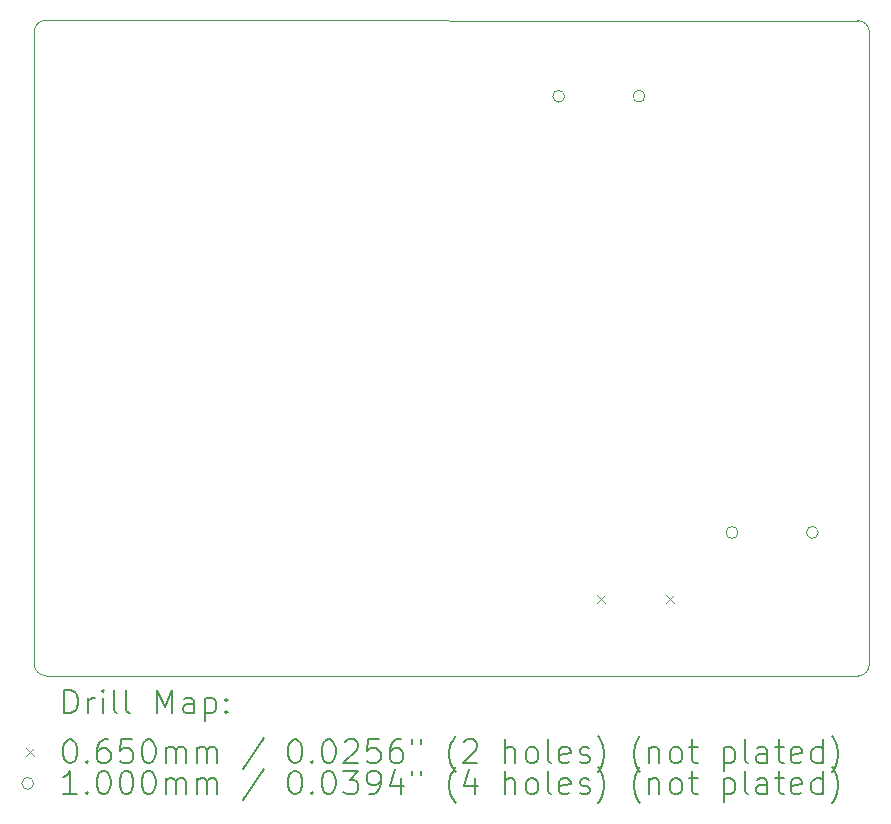
<source format=gbr>
%TF.GenerationSoftware,KiCad,Pcbnew,8.0.7*%
%TF.CreationDate,2024-12-23T22:44:12-05:00*%
%TF.ProjectId,OverSoon,4f766572-536f-46f6-9e2e-6b696361645f,rev?*%
%TF.SameCoordinates,Original*%
%TF.FileFunction,Drillmap*%
%TF.FilePolarity,Positive*%
%FSLAX45Y45*%
G04 Gerber Fmt 4.5, Leading zero omitted, Abs format (unit mm)*
G04 Created by KiCad (PCBNEW 8.0.7) date 2024-12-23 22:44:12*
%MOMM*%
%LPD*%
G01*
G04 APERTURE LIST*
%ADD10C,0.100000*%
%ADD11C,0.200000*%
G04 APERTURE END LIST*
D10*
X17005310Y-9770620D02*
X17005310Y-15120620D01*
X24076650Y-15123820D02*
X24076650Y-9773820D01*
X17105310Y-15220620D02*
G75*
G02*
X17005310Y-15120620I0J100000D01*
G01*
X23976650Y-9673820D02*
G75*
G02*
X24076650Y-9773820I0J-100000D01*
G01*
X17105310Y-15220620D02*
X23976650Y-15223820D01*
X17005310Y-9770620D02*
G75*
G02*
X17105310Y-9670620I100000J0D01*
G01*
X24076650Y-15123820D02*
G75*
G02*
X23976650Y-15223820I-100000J0D01*
G01*
X23976650Y-9673820D02*
X17105310Y-9670620D01*
D11*
D10*
X21773600Y-14538660D02*
X21838600Y-14603660D01*
X21838600Y-14538660D02*
X21773600Y-14603660D01*
X22355260Y-14538660D02*
X22420260Y-14603660D01*
X22420260Y-14538660D02*
X22355260Y-14603660D01*
X21495580Y-10314940D02*
G75*
G02*
X21395580Y-10314940I-50000J0D01*
G01*
X21395580Y-10314940D02*
G75*
G02*
X21495580Y-10314940I50000J0D01*
G01*
X22175580Y-10314940D02*
G75*
G02*
X22075580Y-10314940I-50000J0D01*
G01*
X22075580Y-10314940D02*
G75*
G02*
X22175580Y-10314940I50000J0D01*
G01*
X22963340Y-14008100D02*
G75*
G02*
X22863340Y-14008100I-50000J0D01*
G01*
X22863340Y-14008100D02*
G75*
G02*
X22963340Y-14008100I50000J0D01*
G01*
X23643340Y-14008100D02*
G75*
G02*
X23543340Y-14008100I-50000J0D01*
G01*
X23543340Y-14008100D02*
G75*
G02*
X23643340Y-14008100I50000J0D01*
G01*
D11*
X17261087Y-15540304D02*
X17261087Y-15340304D01*
X17261087Y-15340304D02*
X17308706Y-15340304D01*
X17308706Y-15340304D02*
X17337277Y-15349828D01*
X17337277Y-15349828D02*
X17356325Y-15368875D01*
X17356325Y-15368875D02*
X17365849Y-15387923D01*
X17365849Y-15387923D02*
X17375373Y-15426018D01*
X17375373Y-15426018D02*
X17375373Y-15454589D01*
X17375373Y-15454589D02*
X17365849Y-15492685D01*
X17365849Y-15492685D02*
X17356325Y-15511732D01*
X17356325Y-15511732D02*
X17337277Y-15530780D01*
X17337277Y-15530780D02*
X17308706Y-15540304D01*
X17308706Y-15540304D02*
X17261087Y-15540304D01*
X17461087Y-15540304D02*
X17461087Y-15406970D01*
X17461087Y-15445066D02*
X17470611Y-15426018D01*
X17470611Y-15426018D02*
X17480134Y-15416494D01*
X17480134Y-15416494D02*
X17499182Y-15406970D01*
X17499182Y-15406970D02*
X17518230Y-15406970D01*
X17584896Y-15540304D02*
X17584896Y-15406970D01*
X17584896Y-15340304D02*
X17575373Y-15349828D01*
X17575373Y-15349828D02*
X17584896Y-15359351D01*
X17584896Y-15359351D02*
X17594420Y-15349828D01*
X17594420Y-15349828D02*
X17584896Y-15340304D01*
X17584896Y-15340304D02*
X17584896Y-15359351D01*
X17708706Y-15540304D02*
X17689658Y-15530780D01*
X17689658Y-15530780D02*
X17680134Y-15511732D01*
X17680134Y-15511732D02*
X17680134Y-15340304D01*
X17813468Y-15540304D02*
X17794420Y-15530780D01*
X17794420Y-15530780D02*
X17784896Y-15511732D01*
X17784896Y-15511732D02*
X17784896Y-15340304D01*
X18042039Y-15540304D02*
X18042039Y-15340304D01*
X18042039Y-15340304D02*
X18108706Y-15483161D01*
X18108706Y-15483161D02*
X18175373Y-15340304D01*
X18175373Y-15340304D02*
X18175373Y-15540304D01*
X18356325Y-15540304D02*
X18356325Y-15435542D01*
X18356325Y-15435542D02*
X18346801Y-15416494D01*
X18346801Y-15416494D02*
X18327754Y-15406970D01*
X18327754Y-15406970D02*
X18289658Y-15406970D01*
X18289658Y-15406970D02*
X18270611Y-15416494D01*
X18356325Y-15530780D02*
X18337277Y-15540304D01*
X18337277Y-15540304D02*
X18289658Y-15540304D01*
X18289658Y-15540304D02*
X18270611Y-15530780D01*
X18270611Y-15530780D02*
X18261087Y-15511732D01*
X18261087Y-15511732D02*
X18261087Y-15492685D01*
X18261087Y-15492685D02*
X18270611Y-15473637D01*
X18270611Y-15473637D02*
X18289658Y-15464113D01*
X18289658Y-15464113D02*
X18337277Y-15464113D01*
X18337277Y-15464113D02*
X18356325Y-15454589D01*
X18451563Y-15406970D02*
X18451563Y-15606970D01*
X18451563Y-15416494D02*
X18470611Y-15406970D01*
X18470611Y-15406970D02*
X18508706Y-15406970D01*
X18508706Y-15406970D02*
X18527754Y-15416494D01*
X18527754Y-15416494D02*
X18537277Y-15426018D01*
X18537277Y-15426018D02*
X18546801Y-15445066D01*
X18546801Y-15445066D02*
X18546801Y-15502208D01*
X18546801Y-15502208D02*
X18537277Y-15521256D01*
X18537277Y-15521256D02*
X18527754Y-15530780D01*
X18527754Y-15530780D02*
X18508706Y-15540304D01*
X18508706Y-15540304D02*
X18470611Y-15540304D01*
X18470611Y-15540304D02*
X18451563Y-15530780D01*
X18632515Y-15521256D02*
X18642039Y-15530780D01*
X18642039Y-15530780D02*
X18632515Y-15540304D01*
X18632515Y-15540304D02*
X18622992Y-15530780D01*
X18622992Y-15530780D02*
X18632515Y-15521256D01*
X18632515Y-15521256D02*
X18632515Y-15540304D01*
X18632515Y-15416494D02*
X18642039Y-15426018D01*
X18642039Y-15426018D02*
X18632515Y-15435542D01*
X18632515Y-15435542D02*
X18622992Y-15426018D01*
X18622992Y-15426018D02*
X18632515Y-15416494D01*
X18632515Y-15416494D02*
X18632515Y-15435542D01*
D10*
X16935310Y-15836320D02*
X17000310Y-15901320D01*
X17000310Y-15836320D02*
X16935310Y-15901320D01*
D11*
X17299182Y-15760304D02*
X17318230Y-15760304D01*
X17318230Y-15760304D02*
X17337277Y-15769828D01*
X17337277Y-15769828D02*
X17346801Y-15779351D01*
X17346801Y-15779351D02*
X17356325Y-15798399D01*
X17356325Y-15798399D02*
X17365849Y-15836494D01*
X17365849Y-15836494D02*
X17365849Y-15884113D01*
X17365849Y-15884113D02*
X17356325Y-15922208D01*
X17356325Y-15922208D02*
X17346801Y-15941256D01*
X17346801Y-15941256D02*
X17337277Y-15950780D01*
X17337277Y-15950780D02*
X17318230Y-15960304D01*
X17318230Y-15960304D02*
X17299182Y-15960304D01*
X17299182Y-15960304D02*
X17280134Y-15950780D01*
X17280134Y-15950780D02*
X17270611Y-15941256D01*
X17270611Y-15941256D02*
X17261087Y-15922208D01*
X17261087Y-15922208D02*
X17251563Y-15884113D01*
X17251563Y-15884113D02*
X17251563Y-15836494D01*
X17251563Y-15836494D02*
X17261087Y-15798399D01*
X17261087Y-15798399D02*
X17270611Y-15779351D01*
X17270611Y-15779351D02*
X17280134Y-15769828D01*
X17280134Y-15769828D02*
X17299182Y-15760304D01*
X17451563Y-15941256D02*
X17461087Y-15950780D01*
X17461087Y-15950780D02*
X17451563Y-15960304D01*
X17451563Y-15960304D02*
X17442039Y-15950780D01*
X17442039Y-15950780D02*
X17451563Y-15941256D01*
X17451563Y-15941256D02*
X17451563Y-15960304D01*
X17632515Y-15760304D02*
X17594420Y-15760304D01*
X17594420Y-15760304D02*
X17575373Y-15769828D01*
X17575373Y-15769828D02*
X17565849Y-15779351D01*
X17565849Y-15779351D02*
X17546801Y-15807923D01*
X17546801Y-15807923D02*
X17537277Y-15846018D01*
X17537277Y-15846018D02*
X17537277Y-15922208D01*
X17537277Y-15922208D02*
X17546801Y-15941256D01*
X17546801Y-15941256D02*
X17556325Y-15950780D01*
X17556325Y-15950780D02*
X17575373Y-15960304D01*
X17575373Y-15960304D02*
X17613468Y-15960304D01*
X17613468Y-15960304D02*
X17632515Y-15950780D01*
X17632515Y-15950780D02*
X17642039Y-15941256D01*
X17642039Y-15941256D02*
X17651563Y-15922208D01*
X17651563Y-15922208D02*
X17651563Y-15874589D01*
X17651563Y-15874589D02*
X17642039Y-15855542D01*
X17642039Y-15855542D02*
X17632515Y-15846018D01*
X17632515Y-15846018D02*
X17613468Y-15836494D01*
X17613468Y-15836494D02*
X17575373Y-15836494D01*
X17575373Y-15836494D02*
X17556325Y-15846018D01*
X17556325Y-15846018D02*
X17546801Y-15855542D01*
X17546801Y-15855542D02*
X17537277Y-15874589D01*
X17832515Y-15760304D02*
X17737277Y-15760304D01*
X17737277Y-15760304D02*
X17727754Y-15855542D01*
X17727754Y-15855542D02*
X17737277Y-15846018D01*
X17737277Y-15846018D02*
X17756325Y-15836494D01*
X17756325Y-15836494D02*
X17803944Y-15836494D01*
X17803944Y-15836494D02*
X17822992Y-15846018D01*
X17822992Y-15846018D02*
X17832515Y-15855542D01*
X17832515Y-15855542D02*
X17842039Y-15874589D01*
X17842039Y-15874589D02*
X17842039Y-15922208D01*
X17842039Y-15922208D02*
X17832515Y-15941256D01*
X17832515Y-15941256D02*
X17822992Y-15950780D01*
X17822992Y-15950780D02*
X17803944Y-15960304D01*
X17803944Y-15960304D02*
X17756325Y-15960304D01*
X17756325Y-15960304D02*
X17737277Y-15950780D01*
X17737277Y-15950780D02*
X17727754Y-15941256D01*
X17965849Y-15760304D02*
X17984896Y-15760304D01*
X17984896Y-15760304D02*
X18003944Y-15769828D01*
X18003944Y-15769828D02*
X18013468Y-15779351D01*
X18013468Y-15779351D02*
X18022992Y-15798399D01*
X18022992Y-15798399D02*
X18032515Y-15836494D01*
X18032515Y-15836494D02*
X18032515Y-15884113D01*
X18032515Y-15884113D02*
X18022992Y-15922208D01*
X18022992Y-15922208D02*
X18013468Y-15941256D01*
X18013468Y-15941256D02*
X18003944Y-15950780D01*
X18003944Y-15950780D02*
X17984896Y-15960304D01*
X17984896Y-15960304D02*
X17965849Y-15960304D01*
X17965849Y-15960304D02*
X17946801Y-15950780D01*
X17946801Y-15950780D02*
X17937277Y-15941256D01*
X17937277Y-15941256D02*
X17927754Y-15922208D01*
X17927754Y-15922208D02*
X17918230Y-15884113D01*
X17918230Y-15884113D02*
X17918230Y-15836494D01*
X17918230Y-15836494D02*
X17927754Y-15798399D01*
X17927754Y-15798399D02*
X17937277Y-15779351D01*
X17937277Y-15779351D02*
X17946801Y-15769828D01*
X17946801Y-15769828D02*
X17965849Y-15760304D01*
X18118230Y-15960304D02*
X18118230Y-15826970D01*
X18118230Y-15846018D02*
X18127754Y-15836494D01*
X18127754Y-15836494D02*
X18146801Y-15826970D01*
X18146801Y-15826970D02*
X18175373Y-15826970D01*
X18175373Y-15826970D02*
X18194420Y-15836494D01*
X18194420Y-15836494D02*
X18203944Y-15855542D01*
X18203944Y-15855542D02*
X18203944Y-15960304D01*
X18203944Y-15855542D02*
X18213468Y-15836494D01*
X18213468Y-15836494D02*
X18232515Y-15826970D01*
X18232515Y-15826970D02*
X18261087Y-15826970D01*
X18261087Y-15826970D02*
X18280135Y-15836494D01*
X18280135Y-15836494D02*
X18289658Y-15855542D01*
X18289658Y-15855542D02*
X18289658Y-15960304D01*
X18384896Y-15960304D02*
X18384896Y-15826970D01*
X18384896Y-15846018D02*
X18394420Y-15836494D01*
X18394420Y-15836494D02*
X18413468Y-15826970D01*
X18413468Y-15826970D02*
X18442039Y-15826970D01*
X18442039Y-15826970D02*
X18461087Y-15836494D01*
X18461087Y-15836494D02*
X18470611Y-15855542D01*
X18470611Y-15855542D02*
X18470611Y-15960304D01*
X18470611Y-15855542D02*
X18480135Y-15836494D01*
X18480135Y-15836494D02*
X18499182Y-15826970D01*
X18499182Y-15826970D02*
X18527754Y-15826970D01*
X18527754Y-15826970D02*
X18546801Y-15836494D01*
X18546801Y-15836494D02*
X18556325Y-15855542D01*
X18556325Y-15855542D02*
X18556325Y-15960304D01*
X18946801Y-15750780D02*
X18775373Y-16007923D01*
X19203944Y-15760304D02*
X19222992Y-15760304D01*
X19222992Y-15760304D02*
X19242039Y-15769828D01*
X19242039Y-15769828D02*
X19251563Y-15779351D01*
X19251563Y-15779351D02*
X19261087Y-15798399D01*
X19261087Y-15798399D02*
X19270611Y-15836494D01*
X19270611Y-15836494D02*
X19270611Y-15884113D01*
X19270611Y-15884113D02*
X19261087Y-15922208D01*
X19261087Y-15922208D02*
X19251563Y-15941256D01*
X19251563Y-15941256D02*
X19242039Y-15950780D01*
X19242039Y-15950780D02*
X19222992Y-15960304D01*
X19222992Y-15960304D02*
X19203944Y-15960304D01*
X19203944Y-15960304D02*
X19184897Y-15950780D01*
X19184897Y-15950780D02*
X19175373Y-15941256D01*
X19175373Y-15941256D02*
X19165849Y-15922208D01*
X19165849Y-15922208D02*
X19156325Y-15884113D01*
X19156325Y-15884113D02*
X19156325Y-15836494D01*
X19156325Y-15836494D02*
X19165849Y-15798399D01*
X19165849Y-15798399D02*
X19175373Y-15779351D01*
X19175373Y-15779351D02*
X19184897Y-15769828D01*
X19184897Y-15769828D02*
X19203944Y-15760304D01*
X19356325Y-15941256D02*
X19365849Y-15950780D01*
X19365849Y-15950780D02*
X19356325Y-15960304D01*
X19356325Y-15960304D02*
X19346801Y-15950780D01*
X19346801Y-15950780D02*
X19356325Y-15941256D01*
X19356325Y-15941256D02*
X19356325Y-15960304D01*
X19489658Y-15760304D02*
X19508706Y-15760304D01*
X19508706Y-15760304D02*
X19527754Y-15769828D01*
X19527754Y-15769828D02*
X19537278Y-15779351D01*
X19537278Y-15779351D02*
X19546801Y-15798399D01*
X19546801Y-15798399D02*
X19556325Y-15836494D01*
X19556325Y-15836494D02*
X19556325Y-15884113D01*
X19556325Y-15884113D02*
X19546801Y-15922208D01*
X19546801Y-15922208D02*
X19537278Y-15941256D01*
X19537278Y-15941256D02*
X19527754Y-15950780D01*
X19527754Y-15950780D02*
X19508706Y-15960304D01*
X19508706Y-15960304D02*
X19489658Y-15960304D01*
X19489658Y-15960304D02*
X19470611Y-15950780D01*
X19470611Y-15950780D02*
X19461087Y-15941256D01*
X19461087Y-15941256D02*
X19451563Y-15922208D01*
X19451563Y-15922208D02*
X19442039Y-15884113D01*
X19442039Y-15884113D02*
X19442039Y-15836494D01*
X19442039Y-15836494D02*
X19451563Y-15798399D01*
X19451563Y-15798399D02*
X19461087Y-15779351D01*
X19461087Y-15779351D02*
X19470611Y-15769828D01*
X19470611Y-15769828D02*
X19489658Y-15760304D01*
X19632516Y-15779351D02*
X19642039Y-15769828D01*
X19642039Y-15769828D02*
X19661087Y-15760304D01*
X19661087Y-15760304D02*
X19708706Y-15760304D01*
X19708706Y-15760304D02*
X19727754Y-15769828D01*
X19727754Y-15769828D02*
X19737278Y-15779351D01*
X19737278Y-15779351D02*
X19746801Y-15798399D01*
X19746801Y-15798399D02*
X19746801Y-15817447D01*
X19746801Y-15817447D02*
X19737278Y-15846018D01*
X19737278Y-15846018D02*
X19622992Y-15960304D01*
X19622992Y-15960304D02*
X19746801Y-15960304D01*
X19927754Y-15760304D02*
X19832516Y-15760304D01*
X19832516Y-15760304D02*
X19822992Y-15855542D01*
X19822992Y-15855542D02*
X19832516Y-15846018D01*
X19832516Y-15846018D02*
X19851563Y-15836494D01*
X19851563Y-15836494D02*
X19899182Y-15836494D01*
X19899182Y-15836494D02*
X19918230Y-15846018D01*
X19918230Y-15846018D02*
X19927754Y-15855542D01*
X19927754Y-15855542D02*
X19937278Y-15874589D01*
X19937278Y-15874589D02*
X19937278Y-15922208D01*
X19937278Y-15922208D02*
X19927754Y-15941256D01*
X19927754Y-15941256D02*
X19918230Y-15950780D01*
X19918230Y-15950780D02*
X19899182Y-15960304D01*
X19899182Y-15960304D02*
X19851563Y-15960304D01*
X19851563Y-15960304D02*
X19832516Y-15950780D01*
X19832516Y-15950780D02*
X19822992Y-15941256D01*
X20108706Y-15760304D02*
X20070611Y-15760304D01*
X20070611Y-15760304D02*
X20051563Y-15769828D01*
X20051563Y-15769828D02*
X20042039Y-15779351D01*
X20042039Y-15779351D02*
X20022992Y-15807923D01*
X20022992Y-15807923D02*
X20013468Y-15846018D01*
X20013468Y-15846018D02*
X20013468Y-15922208D01*
X20013468Y-15922208D02*
X20022992Y-15941256D01*
X20022992Y-15941256D02*
X20032516Y-15950780D01*
X20032516Y-15950780D02*
X20051563Y-15960304D01*
X20051563Y-15960304D02*
X20089659Y-15960304D01*
X20089659Y-15960304D02*
X20108706Y-15950780D01*
X20108706Y-15950780D02*
X20118230Y-15941256D01*
X20118230Y-15941256D02*
X20127754Y-15922208D01*
X20127754Y-15922208D02*
X20127754Y-15874589D01*
X20127754Y-15874589D02*
X20118230Y-15855542D01*
X20118230Y-15855542D02*
X20108706Y-15846018D01*
X20108706Y-15846018D02*
X20089659Y-15836494D01*
X20089659Y-15836494D02*
X20051563Y-15836494D01*
X20051563Y-15836494D02*
X20032516Y-15846018D01*
X20032516Y-15846018D02*
X20022992Y-15855542D01*
X20022992Y-15855542D02*
X20013468Y-15874589D01*
X20203944Y-15760304D02*
X20203944Y-15798399D01*
X20280135Y-15760304D02*
X20280135Y-15798399D01*
X20575373Y-16036494D02*
X20565849Y-16026970D01*
X20565849Y-16026970D02*
X20546801Y-15998399D01*
X20546801Y-15998399D02*
X20537278Y-15979351D01*
X20537278Y-15979351D02*
X20527754Y-15950780D01*
X20527754Y-15950780D02*
X20518230Y-15903161D01*
X20518230Y-15903161D02*
X20518230Y-15865066D01*
X20518230Y-15865066D02*
X20527754Y-15817447D01*
X20527754Y-15817447D02*
X20537278Y-15788875D01*
X20537278Y-15788875D02*
X20546801Y-15769828D01*
X20546801Y-15769828D02*
X20565849Y-15741256D01*
X20565849Y-15741256D02*
X20575373Y-15731732D01*
X20642040Y-15779351D02*
X20651563Y-15769828D01*
X20651563Y-15769828D02*
X20670611Y-15760304D01*
X20670611Y-15760304D02*
X20718230Y-15760304D01*
X20718230Y-15760304D02*
X20737278Y-15769828D01*
X20737278Y-15769828D02*
X20746801Y-15779351D01*
X20746801Y-15779351D02*
X20756325Y-15798399D01*
X20756325Y-15798399D02*
X20756325Y-15817447D01*
X20756325Y-15817447D02*
X20746801Y-15846018D01*
X20746801Y-15846018D02*
X20632516Y-15960304D01*
X20632516Y-15960304D02*
X20756325Y-15960304D01*
X20994421Y-15960304D02*
X20994421Y-15760304D01*
X21080135Y-15960304D02*
X21080135Y-15855542D01*
X21080135Y-15855542D02*
X21070611Y-15836494D01*
X21070611Y-15836494D02*
X21051563Y-15826970D01*
X21051563Y-15826970D02*
X21022992Y-15826970D01*
X21022992Y-15826970D02*
X21003944Y-15836494D01*
X21003944Y-15836494D02*
X20994421Y-15846018D01*
X21203944Y-15960304D02*
X21184897Y-15950780D01*
X21184897Y-15950780D02*
X21175373Y-15941256D01*
X21175373Y-15941256D02*
X21165849Y-15922208D01*
X21165849Y-15922208D02*
X21165849Y-15865066D01*
X21165849Y-15865066D02*
X21175373Y-15846018D01*
X21175373Y-15846018D02*
X21184897Y-15836494D01*
X21184897Y-15836494D02*
X21203944Y-15826970D01*
X21203944Y-15826970D02*
X21232516Y-15826970D01*
X21232516Y-15826970D02*
X21251563Y-15836494D01*
X21251563Y-15836494D02*
X21261087Y-15846018D01*
X21261087Y-15846018D02*
X21270611Y-15865066D01*
X21270611Y-15865066D02*
X21270611Y-15922208D01*
X21270611Y-15922208D02*
X21261087Y-15941256D01*
X21261087Y-15941256D02*
X21251563Y-15950780D01*
X21251563Y-15950780D02*
X21232516Y-15960304D01*
X21232516Y-15960304D02*
X21203944Y-15960304D01*
X21384897Y-15960304D02*
X21365849Y-15950780D01*
X21365849Y-15950780D02*
X21356325Y-15931732D01*
X21356325Y-15931732D02*
X21356325Y-15760304D01*
X21537278Y-15950780D02*
X21518230Y-15960304D01*
X21518230Y-15960304D02*
X21480135Y-15960304D01*
X21480135Y-15960304D02*
X21461087Y-15950780D01*
X21461087Y-15950780D02*
X21451563Y-15931732D01*
X21451563Y-15931732D02*
X21451563Y-15855542D01*
X21451563Y-15855542D02*
X21461087Y-15836494D01*
X21461087Y-15836494D02*
X21480135Y-15826970D01*
X21480135Y-15826970D02*
X21518230Y-15826970D01*
X21518230Y-15826970D02*
X21537278Y-15836494D01*
X21537278Y-15836494D02*
X21546802Y-15855542D01*
X21546802Y-15855542D02*
X21546802Y-15874589D01*
X21546802Y-15874589D02*
X21451563Y-15893637D01*
X21622992Y-15950780D02*
X21642040Y-15960304D01*
X21642040Y-15960304D02*
X21680135Y-15960304D01*
X21680135Y-15960304D02*
X21699183Y-15950780D01*
X21699183Y-15950780D02*
X21708706Y-15931732D01*
X21708706Y-15931732D02*
X21708706Y-15922208D01*
X21708706Y-15922208D02*
X21699183Y-15903161D01*
X21699183Y-15903161D02*
X21680135Y-15893637D01*
X21680135Y-15893637D02*
X21651563Y-15893637D01*
X21651563Y-15893637D02*
X21632516Y-15884113D01*
X21632516Y-15884113D02*
X21622992Y-15865066D01*
X21622992Y-15865066D02*
X21622992Y-15855542D01*
X21622992Y-15855542D02*
X21632516Y-15836494D01*
X21632516Y-15836494D02*
X21651563Y-15826970D01*
X21651563Y-15826970D02*
X21680135Y-15826970D01*
X21680135Y-15826970D02*
X21699183Y-15836494D01*
X21775373Y-16036494D02*
X21784897Y-16026970D01*
X21784897Y-16026970D02*
X21803944Y-15998399D01*
X21803944Y-15998399D02*
X21813468Y-15979351D01*
X21813468Y-15979351D02*
X21822992Y-15950780D01*
X21822992Y-15950780D02*
X21832516Y-15903161D01*
X21832516Y-15903161D02*
X21832516Y-15865066D01*
X21832516Y-15865066D02*
X21822992Y-15817447D01*
X21822992Y-15817447D02*
X21813468Y-15788875D01*
X21813468Y-15788875D02*
X21803944Y-15769828D01*
X21803944Y-15769828D02*
X21784897Y-15741256D01*
X21784897Y-15741256D02*
X21775373Y-15731732D01*
X22137278Y-16036494D02*
X22127754Y-16026970D01*
X22127754Y-16026970D02*
X22108706Y-15998399D01*
X22108706Y-15998399D02*
X22099183Y-15979351D01*
X22099183Y-15979351D02*
X22089659Y-15950780D01*
X22089659Y-15950780D02*
X22080135Y-15903161D01*
X22080135Y-15903161D02*
X22080135Y-15865066D01*
X22080135Y-15865066D02*
X22089659Y-15817447D01*
X22089659Y-15817447D02*
X22099183Y-15788875D01*
X22099183Y-15788875D02*
X22108706Y-15769828D01*
X22108706Y-15769828D02*
X22127754Y-15741256D01*
X22127754Y-15741256D02*
X22137278Y-15731732D01*
X22213468Y-15826970D02*
X22213468Y-15960304D01*
X22213468Y-15846018D02*
X22222992Y-15836494D01*
X22222992Y-15836494D02*
X22242040Y-15826970D01*
X22242040Y-15826970D02*
X22270611Y-15826970D01*
X22270611Y-15826970D02*
X22289659Y-15836494D01*
X22289659Y-15836494D02*
X22299183Y-15855542D01*
X22299183Y-15855542D02*
X22299183Y-15960304D01*
X22422992Y-15960304D02*
X22403944Y-15950780D01*
X22403944Y-15950780D02*
X22394421Y-15941256D01*
X22394421Y-15941256D02*
X22384897Y-15922208D01*
X22384897Y-15922208D02*
X22384897Y-15865066D01*
X22384897Y-15865066D02*
X22394421Y-15846018D01*
X22394421Y-15846018D02*
X22403944Y-15836494D01*
X22403944Y-15836494D02*
X22422992Y-15826970D01*
X22422992Y-15826970D02*
X22451563Y-15826970D01*
X22451563Y-15826970D02*
X22470611Y-15836494D01*
X22470611Y-15836494D02*
X22480135Y-15846018D01*
X22480135Y-15846018D02*
X22489659Y-15865066D01*
X22489659Y-15865066D02*
X22489659Y-15922208D01*
X22489659Y-15922208D02*
X22480135Y-15941256D01*
X22480135Y-15941256D02*
X22470611Y-15950780D01*
X22470611Y-15950780D02*
X22451563Y-15960304D01*
X22451563Y-15960304D02*
X22422992Y-15960304D01*
X22546802Y-15826970D02*
X22622992Y-15826970D01*
X22575373Y-15760304D02*
X22575373Y-15931732D01*
X22575373Y-15931732D02*
X22584897Y-15950780D01*
X22584897Y-15950780D02*
X22603944Y-15960304D01*
X22603944Y-15960304D02*
X22622992Y-15960304D01*
X22842040Y-15826970D02*
X22842040Y-16026970D01*
X22842040Y-15836494D02*
X22861087Y-15826970D01*
X22861087Y-15826970D02*
X22899183Y-15826970D01*
X22899183Y-15826970D02*
X22918230Y-15836494D01*
X22918230Y-15836494D02*
X22927754Y-15846018D01*
X22927754Y-15846018D02*
X22937278Y-15865066D01*
X22937278Y-15865066D02*
X22937278Y-15922208D01*
X22937278Y-15922208D02*
X22927754Y-15941256D01*
X22927754Y-15941256D02*
X22918230Y-15950780D01*
X22918230Y-15950780D02*
X22899183Y-15960304D01*
X22899183Y-15960304D02*
X22861087Y-15960304D01*
X22861087Y-15960304D02*
X22842040Y-15950780D01*
X23051563Y-15960304D02*
X23032516Y-15950780D01*
X23032516Y-15950780D02*
X23022992Y-15931732D01*
X23022992Y-15931732D02*
X23022992Y-15760304D01*
X23213468Y-15960304D02*
X23213468Y-15855542D01*
X23213468Y-15855542D02*
X23203944Y-15836494D01*
X23203944Y-15836494D02*
X23184897Y-15826970D01*
X23184897Y-15826970D02*
X23146802Y-15826970D01*
X23146802Y-15826970D02*
X23127754Y-15836494D01*
X23213468Y-15950780D02*
X23194421Y-15960304D01*
X23194421Y-15960304D02*
X23146802Y-15960304D01*
X23146802Y-15960304D02*
X23127754Y-15950780D01*
X23127754Y-15950780D02*
X23118230Y-15931732D01*
X23118230Y-15931732D02*
X23118230Y-15912685D01*
X23118230Y-15912685D02*
X23127754Y-15893637D01*
X23127754Y-15893637D02*
X23146802Y-15884113D01*
X23146802Y-15884113D02*
X23194421Y-15884113D01*
X23194421Y-15884113D02*
X23213468Y-15874589D01*
X23280135Y-15826970D02*
X23356325Y-15826970D01*
X23308706Y-15760304D02*
X23308706Y-15931732D01*
X23308706Y-15931732D02*
X23318230Y-15950780D01*
X23318230Y-15950780D02*
X23337278Y-15960304D01*
X23337278Y-15960304D02*
X23356325Y-15960304D01*
X23499183Y-15950780D02*
X23480135Y-15960304D01*
X23480135Y-15960304D02*
X23442040Y-15960304D01*
X23442040Y-15960304D02*
X23422992Y-15950780D01*
X23422992Y-15950780D02*
X23413468Y-15931732D01*
X23413468Y-15931732D02*
X23413468Y-15855542D01*
X23413468Y-15855542D02*
X23422992Y-15836494D01*
X23422992Y-15836494D02*
X23442040Y-15826970D01*
X23442040Y-15826970D02*
X23480135Y-15826970D01*
X23480135Y-15826970D02*
X23499183Y-15836494D01*
X23499183Y-15836494D02*
X23508706Y-15855542D01*
X23508706Y-15855542D02*
X23508706Y-15874589D01*
X23508706Y-15874589D02*
X23413468Y-15893637D01*
X23680135Y-15960304D02*
X23680135Y-15760304D01*
X23680135Y-15950780D02*
X23661087Y-15960304D01*
X23661087Y-15960304D02*
X23622992Y-15960304D01*
X23622992Y-15960304D02*
X23603944Y-15950780D01*
X23603944Y-15950780D02*
X23594421Y-15941256D01*
X23594421Y-15941256D02*
X23584897Y-15922208D01*
X23584897Y-15922208D02*
X23584897Y-15865066D01*
X23584897Y-15865066D02*
X23594421Y-15846018D01*
X23594421Y-15846018D02*
X23603944Y-15836494D01*
X23603944Y-15836494D02*
X23622992Y-15826970D01*
X23622992Y-15826970D02*
X23661087Y-15826970D01*
X23661087Y-15826970D02*
X23680135Y-15836494D01*
X23756325Y-16036494D02*
X23765849Y-16026970D01*
X23765849Y-16026970D02*
X23784897Y-15998399D01*
X23784897Y-15998399D02*
X23794421Y-15979351D01*
X23794421Y-15979351D02*
X23803944Y-15950780D01*
X23803944Y-15950780D02*
X23813468Y-15903161D01*
X23813468Y-15903161D02*
X23813468Y-15865066D01*
X23813468Y-15865066D02*
X23803944Y-15817447D01*
X23803944Y-15817447D02*
X23794421Y-15788875D01*
X23794421Y-15788875D02*
X23784897Y-15769828D01*
X23784897Y-15769828D02*
X23765849Y-15741256D01*
X23765849Y-15741256D02*
X23756325Y-15731732D01*
D10*
X17000310Y-16132820D02*
G75*
G02*
X16900310Y-16132820I-50000J0D01*
G01*
X16900310Y-16132820D02*
G75*
G02*
X17000310Y-16132820I50000J0D01*
G01*
D11*
X17365849Y-16224304D02*
X17251563Y-16224304D01*
X17308706Y-16224304D02*
X17308706Y-16024304D01*
X17308706Y-16024304D02*
X17289658Y-16052875D01*
X17289658Y-16052875D02*
X17270611Y-16071923D01*
X17270611Y-16071923D02*
X17251563Y-16081447D01*
X17451563Y-16205256D02*
X17461087Y-16214780D01*
X17461087Y-16214780D02*
X17451563Y-16224304D01*
X17451563Y-16224304D02*
X17442039Y-16214780D01*
X17442039Y-16214780D02*
X17451563Y-16205256D01*
X17451563Y-16205256D02*
X17451563Y-16224304D01*
X17584896Y-16024304D02*
X17603944Y-16024304D01*
X17603944Y-16024304D02*
X17622992Y-16033828D01*
X17622992Y-16033828D02*
X17632515Y-16043351D01*
X17632515Y-16043351D02*
X17642039Y-16062399D01*
X17642039Y-16062399D02*
X17651563Y-16100494D01*
X17651563Y-16100494D02*
X17651563Y-16148113D01*
X17651563Y-16148113D02*
X17642039Y-16186208D01*
X17642039Y-16186208D02*
X17632515Y-16205256D01*
X17632515Y-16205256D02*
X17622992Y-16214780D01*
X17622992Y-16214780D02*
X17603944Y-16224304D01*
X17603944Y-16224304D02*
X17584896Y-16224304D01*
X17584896Y-16224304D02*
X17565849Y-16214780D01*
X17565849Y-16214780D02*
X17556325Y-16205256D01*
X17556325Y-16205256D02*
X17546801Y-16186208D01*
X17546801Y-16186208D02*
X17537277Y-16148113D01*
X17537277Y-16148113D02*
X17537277Y-16100494D01*
X17537277Y-16100494D02*
X17546801Y-16062399D01*
X17546801Y-16062399D02*
X17556325Y-16043351D01*
X17556325Y-16043351D02*
X17565849Y-16033828D01*
X17565849Y-16033828D02*
X17584896Y-16024304D01*
X17775373Y-16024304D02*
X17794420Y-16024304D01*
X17794420Y-16024304D02*
X17813468Y-16033828D01*
X17813468Y-16033828D02*
X17822992Y-16043351D01*
X17822992Y-16043351D02*
X17832515Y-16062399D01*
X17832515Y-16062399D02*
X17842039Y-16100494D01*
X17842039Y-16100494D02*
X17842039Y-16148113D01*
X17842039Y-16148113D02*
X17832515Y-16186208D01*
X17832515Y-16186208D02*
X17822992Y-16205256D01*
X17822992Y-16205256D02*
X17813468Y-16214780D01*
X17813468Y-16214780D02*
X17794420Y-16224304D01*
X17794420Y-16224304D02*
X17775373Y-16224304D01*
X17775373Y-16224304D02*
X17756325Y-16214780D01*
X17756325Y-16214780D02*
X17746801Y-16205256D01*
X17746801Y-16205256D02*
X17737277Y-16186208D01*
X17737277Y-16186208D02*
X17727754Y-16148113D01*
X17727754Y-16148113D02*
X17727754Y-16100494D01*
X17727754Y-16100494D02*
X17737277Y-16062399D01*
X17737277Y-16062399D02*
X17746801Y-16043351D01*
X17746801Y-16043351D02*
X17756325Y-16033828D01*
X17756325Y-16033828D02*
X17775373Y-16024304D01*
X17965849Y-16024304D02*
X17984896Y-16024304D01*
X17984896Y-16024304D02*
X18003944Y-16033828D01*
X18003944Y-16033828D02*
X18013468Y-16043351D01*
X18013468Y-16043351D02*
X18022992Y-16062399D01*
X18022992Y-16062399D02*
X18032515Y-16100494D01*
X18032515Y-16100494D02*
X18032515Y-16148113D01*
X18032515Y-16148113D02*
X18022992Y-16186208D01*
X18022992Y-16186208D02*
X18013468Y-16205256D01*
X18013468Y-16205256D02*
X18003944Y-16214780D01*
X18003944Y-16214780D02*
X17984896Y-16224304D01*
X17984896Y-16224304D02*
X17965849Y-16224304D01*
X17965849Y-16224304D02*
X17946801Y-16214780D01*
X17946801Y-16214780D02*
X17937277Y-16205256D01*
X17937277Y-16205256D02*
X17927754Y-16186208D01*
X17927754Y-16186208D02*
X17918230Y-16148113D01*
X17918230Y-16148113D02*
X17918230Y-16100494D01*
X17918230Y-16100494D02*
X17927754Y-16062399D01*
X17927754Y-16062399D02*
X17937277Y-16043351D01*
X17937277Y-16043351D02*
X17946801Y-16033828D01*
X17946801Y-16033828D02*
X17965849Y-16024304D01*
X18118230Y-16224304D02*
X18118230Y-16090970D01*
X18118230Y-16110018D02*
X18127754Y-16100494D01*
X18127754Y-16100494D02*
X18146801Y-16090970D01*
X18146801Y-16090970D02*
X18175373Y-16090970D01*
X18175373Y-16090970D02*
X18194420Y-16100494D01*
X18194420Y-16100494D02*
X18203944Y-16119542D01*
X18203944Y-16119542D02*
X18203944Y-16224304D01*
X18203944Y-16119542D02*
X18213468Y-16100494D01*
X18213468Y-16100494D02*
X18232515Y-16090970D01*
X18232515Y-16090970D02*
X18261087Y-16090970D01*
X18261087Y-16090970D02*
X18280135Y-16100494D01*
X18280135Y-16100494D02*
X18289658Y-16119542D01*
X18289658Y-16119542D02*
X18289658Y-16224304D01*
X18384896Y-16224304D02*
X18384896Y-16090970D01*
X18384896Y-16110018D02*
X18394420Y-16100494D01*
X18394420Y-16100494D02*
X18413468Y-16090970D01*
X18413468Y-16090970D02*
X18442039Y-16090970D01*
X18442039Y-16090970D02*
X18461087Y-16100494D01*
X18461087Y-16100494D02*
X18470611Y-16119542D01*
X18470611Y-16119542D02*
X18470611Y-16224304D01*
X18470611Y-16119542D02*
X18480135Y-16100494D01*
X18480135Y-16100494D02*
X18499182Y-16090970D01*
X18499182Y-16090970D02*
X18527754Y-16090970D01*
X18527754Y-16090970D02*
X18546801Y-16100494D01*
X18546801Y-16100494D02*
X18556325Y-16119542D01*
X18556325Y-16119542D02*
X18556325Y-16224304D01*
X18946801Y-16014780D02*
X18775373Y-16271923D01*
X19203944Y-16024304D02*
X19222992Y-16024304D01*
X19222992Y-16024304D02*
X19242039Y-16033828D01*
X19242039Y-16033828D02*
X19251563Y-16043351D01*
X19251563Y-16043351D02*
X19261087Y-16062399D01*
X19261087Y-16062399D02*
X19270611Y-16100494D01*
X19270611Y-16100494D02*
X19270611Y-16148113D01*
X19270611Y-16148113D02*
X19261087Y-16186208D01*
X19261087Y-16186208D02*
X19251563Y-16205256D01*
X19251563Y-16205256D02*
X19242039Y-16214780D01*
X19242039Y-16214780D02*
X19222992Y-16224304D01*
X19222992Y-16224304D02*
X19203944Y-16224304D01*
X19203944Y-16224304D02*
X19184897Y-16214780D01*
X19184897Y-16214780D02*
X19175373Y-16205256D01*
X19175373Y-16205256D02*
X19165849Y-16186208D01*
X19165849Y-16186208D02*
X19156325Y-16148113D01*
X19156325Y-16148113D02*
X19156325Y-16100494D01*
X19156325Y-16100494D02*
X19165849Y-16062399D01*
X19165849Y-16062399D02*
X19175373Y-16043351D01*
X19175373Y-16043351D02*
X19184897Y-16033828D01*
X19184897Y-16033828D02*
X19203944Y-16024304D01*
X19356325Y-16205256D02*
X19365849Y-16214780D01*
X19365849Y-16214780D02*
X19356325Y-16224304D01*
X19356325Y-16224304D02*
X19346801Y-16214780D01*
X19346801Y-16214780D02*
X19356325Y-16205256D01*
X19356325Y-16205256D02*
X19356325Y-16224304D01*
X19489658Y-16024304D02*
X19508706Y-16024304D01*
X19508706Y-16024304D02*
X19527754Y-16033828D01*
X19527754Y-16033828D02*
X19537278Y-16043351D01*
X19537278Y-16043351D02*
X19546801Y-16062399D01*
X19546801Y-16062399D02*
X19556325Y-16100494D01*
X19556325Y-16100494D02*
X19556325Y-16148113D01*
X19556325Y-16148113D02*
X19546801Y-16186208D01*
X19546801Y-16186208D02*
X19537278Y-16205256D01*
X19537278Y-16205256D02*
X19527754Y-16214780D01*
X19527754Y-16214780D02*
X19508706Y-16224304D01*
X19508706Y-16224304D02*
X19489658Y-16224304D01*
X19489658Y-16224304D02*
X19470611Y-16214780D01*
X19470611Y-16214780D02*
X19461087Y-16205256D01*
X19461087Y-16205256D02*
X19451563Y-16186208D01*
X19451563Y-16186208D02*
X19442039Y-16148113D01*
X19442039Y-16148113D02*
X19442039Y-16100494D01*
X19442039Y-16100494D02*
X19451563Y-16062399D01*
X19451563Y-16062399D02*
X19461087Y-16043351D01*
X19461087Y-16043351D02*
X19470611Y-16033828D01*
X19470611Y-16033828D02*
X19489658Y-16024304D01*
X19622992Y-16024304D02*
X19746801Y-16024304D01*
X19746801Y-16024304D02*
X19680135Y-16100494D01*
X19680135Y-16100494D02*
X19708706Y-16100494D01*
X19708706Y-16100494D02*
X19727754Y-16110018D01*
X19727754Y-16110018D02*
X19737278Y-16119542D01*
X19737278Y-16119542D02*
X19746801Y-16138589D01*
X19746801Y-16138589D02*
X19746801Y-16186208D01*
X19746801Y-16186208D02*
X19737278Y-16205256D01*
X19737278Y-16205256D02*
X19727754Y-16214780D01*
X19727754Y-16214780D02*
X19708706Y-16224304D01*
X19708706Y-16224304D02*
X19651563Y-16224304D01*
X19651563Y-16224304D02*
X19632516Y-16214780D01*
X19632516Y-16214780D02*
X19622992Y-16205256D01*
X19842039Y-16224304D02*
X19880135Y-16224304D01*
X19880135Y-16224304D02*
X19899182Y-16214780D01*
X19899182Y-16214780D02*
X19908706Y-16205256D01*
X19908706Y-16205256D02*
X19927754Y-16176685D01*
X19927754Y-16176685D02*
X19937278Y-16138589D01*
X19937278Y-16138589D02*
X19937278Y-16062399D01*
X19937278Y-16062399D02*
X19927754Y-16043351D01*
X19927754Y-16043351D02*
X19918230Y-16033828D01*
X19918230Y-16033828D02*
X19899182Y-16024304D01*
X19899182Y-16024304D02*
X19861087Y-16024304D01*
X19861087Y-16024304D02*
X19842039Y-16033828D01*
X19842039Y-16033828D02*
X19832516Y-16043351D01*
X19832516Y-16043351D02*
X19822992Y-16062399D01*
X19822992Y-16062399D02*
X19822992Y-16110018D01*
X19822992Y-16110018D02*
X19832516Y-16129066D01*
X19832516Y-16129066D02*
X19842039Y-16138589D01*
X19842039Y-16138589D02*
X19861087Y-16148113D01*
X19861087Y-16148113D02*
X19899182Y-16148113D01*
X19899182Y-16148113D02*
X19918230Y-16138589D01*
X19918230Y-16138589D02*
X19927754Y-16129066D01*
X19927754Y-16129066D02*
X19937278Y-16110018D01*
X20108706Y-16090970D02*
X20108706Y-16224304D01*
X20061087Y-16014780D02*
X20013468Y-16157637D01*
X20013468Y-16157637D02*
X20137278Y-16157637D01*
X20203944Y-16024304D02*
X20203944Y-16062399D01*
X20280135Y-16024304D02*
X20280135Y-16062399D01*
X20575373Y-16300494D02*
X20565849Y-16290970D01*
X20565849Y-16290970D02*
X20546801Y-16262399D01*
X20546801Y-16262399D02*
X20537278Y-16243351D01*
X20537278Y-16243351D02*
X20527754Y-16214780D01*
X20527754Y-16214780D02*
X20518230Y-16167161D01*
X20518230Y-16167161D02*
X20518230Y-16129066D01*
X20518230Y-16129066D02*
X20527754Y-16081447D01*
X20527754Y-16081447D02*
X20537278Y-16052875D01*
X20537278Y-16052875D02*
X20546801Y-16033828D01*
X20546801Y-16033828D02*
X20565849Y-16005256D01*
X20565849Y-16005256D02*
X20575373Y-15995732D01*
X20737278Y-16090970D02*
X20737278Y-16224304D01*
X20689659Y-16014780D02*
X20642040Y-16157637D01*
X20642040Y-16157637D02*
X20765849Y-16157637D01*
X20994421Y-16224304D02*
X20994421Y-16024304D01*
X21080135Y-16224304D02*
X21080135Y-16119542D01*
X21080135Y-16119542D02*
X21070611Y-16100494D01*
X21070611Y-16100494D02*
X21051563Y-16090970D01*
X21051563Y-16090970D02*
X21022992Y-16090970D01*
X21022992Y-16090970D02*
X21003944Y-16100494D01*
X21003944Y-16100494D02*
X20994421Y-16110018D01*
X21203944Y-16224304D02*
X21184897Y-16214780D01*
X21184897Y-16214780D02*
X21175373Y-16205256D01*
X21175373Y-16205256D02*
X21165849Y-16186208D01*
X21165849Y-16186208D02*
X21165849Y-16129066D01*
X21165849Y-16129066D02*
X21175373Y-16110018D01*
X21175373Y-16110018D02*
X21184897Y-16100494D01*
X21184897Y-16100494D02*
X21203944Y-16090970D01*
X21203944Y-16090970D02*
X21232516Y-16090970D01*
X21232516Y-16090970D02*
X21251563Y-16100494D01*
X21251563Y-16100494D02*
X21261087Y-16110018D01*
X21261087Y-16110018D02*
X21270611Y-16129066D01*
X21270611Y-16129066D02*
X21270611Y-16186208D01*
X21270611Y-16186208D02*
X21261087Y-16205256D01*
X21261087Y-16205256D02*
X21251563Y-16214780D01*
X21251563Y-16214780D02*
X21232516Y-16224304D01*
X21232516Y-16224304D02*
X21203944Y-16224304D01*
X21384897Y-16224304D02*
X21365849Y-16214780D01*
X21365849Y-16214780D02*
X21356325Y-16195732D01*
X21356325Y-16195732D02*
X21356325Y-16024304D01*
X21537278Y-16214780D02*
X21518230Y-16224304D01*
X21518230Y-16224304D02*
X21480135Y-16224304D01*
X21480135Y-16224304D02*
X21461087Y-16214780D01*
X21461087Y-16214780D02*
X21451563Y-16195732D01*
X21451563Y-16195732D02*
X21451563Y-16119542D01*
X21451563Y-16119542D02*
X21461087Y-16100494D01*
X21461087Y-16100494D02*
X21480135Y-16090970D01*
X21480135Y-16090970D02*
X21518230Y-16090970D01*
X21518230Y-16090970D02*
X21537278Y-16100494D01*
X21537278Y-16100494D02*
X21546802Y-16119542D01*
X21546802Y-16119542D02*
X21546802Y-16138589D01*
X21546802Y-16138589D02*
X21451563Y-16157637D01*
X21622992Y-16214780D02*
X21642040Y-16224304D01*
X21642040Y-16224304D02*
X21680135Y-16224304D01*
X21680135Y-16224304D02*
X21699183Y-16214780D01*
X21699183Y-16214780D02*
X21708706Y-16195732D01*
X21708706Y-16195732D02*
X21708706Y-16186208D01*
X21708706Y-16186208D02*
X21699183Y-16167161D01*
X21699183Y-16167161D02*
X21680135Y-16157637D01*
X21680135Y-16157637D02*
X21651563Y-16157637D01*
X21651563Y-16157637D02*
X21632516Y-16148113D01*
X21632516Y-16148113D02*
X21622992Y-16129066D01*
X21622992Y-16129066D02*
X21622992Y-16119542D01*
X21622992Y-16119542D02*
X21632516Y-16100494D01*
X21632516Y-16100494D02*
X21651563Y-16090970D01*
X21651563Y-16090970D02*
X21680135Y-16090970D01*
X21680135Y-16090970D02*
X21699183Y-16100494D01*
X21775373Y-16300494D02*
X21784897Y-16290970D01*
X21784897Y-16290970D02*
X21803944Y-16262399D01*
X21803944Y-16262399D02*
X21813468Y-16243351D01*
X21813468Y-16243351D02*
X21822992Y-16214780D01*
X21822992Y-16214780D02*
X21832516Y-16167161D01*
X21832516Y-16167161D02*
X21832516Y-16129066D01*
X21832516Y-16129066D02*
X21822992Y-16081447D01*
X21822992Y-16081447D02*
X21813468Y-16052875D01*
X21813468Y-16052875D02*
X21803944Y-16033828D01*
X21803944Y-16033828D02*
X21784897Y-16005256D01*
X21784897Y-16005256D02*
X21775373Y-15995732D01*
X22137278Y-16300494D02*
X22127754Y-16290970D01*
X22127754Y-16290970D02*
X22108706Y-16262399D01*
X22108706Y-16262399D02*
X22099183Y-16243351D01*
X22099183Y-16243351D02*
X22089659Y-16214780D01*
X22089659Y-16214780D02*
X22080135Y-16167161D01*
X22080135Y-16167161D02*
X22080135Y-16129066D01*
X22080135Y-16129066D02*
X22089659Y-16081447D01*
X22089659Y-16081447D02*
X22099183Y-16052875D01*
X22099183Y-16052875D02*
X22108706Y-16033828D01*
X22108706Y-16033828D02*
X22127754Y-16005256D01*
X22127754Y-16005256D02*
X22137278Y-15995732D01*
X22213468Y-16090970D02*
X22213468Y-16224304D01*
X22213468Y-16110018D02*
X22222992Y-16100494D01*
X22222992Y-16100494D02*
X22242040Y-16090970D01*
X22242040Y-16090970D02*
X22270611Y-16090970D01*
X22270611Y-16090970D02*
X22289659Y-16100494D01*
X22289659Y-16100494D02*
X22299183Y-16119542D01*
X22299183Y-16119542D02*
X22299183Y-16224304D01*
X22422992Y-16224304D02*
X22403944Y-16214780D01*
X22403944Y-16214780D02*
X22394421Y-16205256D01*
X22394421Y-16205256D02*
X22384897Y-16186208D01*
X22384897Y-16186208D02*
X22384897Y-16129066D01*
X22384897Y-16129066D02*
X22394421Y-16110018D01*
X22394421Y-16110018D02*
X22403944Y-16100494D01*
X22403944Y-16100494D02*
X22422992Y-16090970D01*
X22422992Y-16090970D02*
X22451563Y-16090970D01*
X22451563Y-16090970D02*
X22470611Y-16100494D01*
X22470611Y-16100494D02*
X22480135Y-16110018D01*
X22480135Y-16110018D02*
X22489659Y-16129066D01*
X22489659Y-16129066D02*
X22489659Y-16186208D01*
X22489659Y-16186208D02*
X22480135Y-16205256D01*
X22480135Y-16205256D02*
X22470611Y-16214780D01*
X22470611Y-16214780D02*
X22451563Y-16224304D01*
X22451563Y-16224304D02*
X22422992Y-16224304D01*
X22546802Y-16090970D02*
X22622992Y-16090970D01*
X22575373Y-16024304D02*
X22575373Y-16195732D01*
X22575373Y-16195732D02*
X22584897Y-16214780D01*
X22584897Y-16214780D02*
X22603944Y-16224304D01*
X22603944Y-16224304D02*
X22622992Y-16224304D01*
X22842040Y-16090970D02*
X22842040Y-16290970D01*
X22842040Y-16100494D02*
X22861087Y-16090970D01*
X22861087Y-16090970D02*
X22899183Y-16090970D01*
X22899183Y-16090970D02*
X22918230Y-16100494D01*
X22918230Y-16100494D02*
X22927754Y-16110018D01*
X22927754Y-16110018D02*
X22937278Y-16129066D01*
X22937278Y-16129066D02*
X22937278Y-16186208D01*
X22937278Y-16186208D02*
X22927754Y-16205256D01*
X22927754Y-16205256D02*
X22918230Y-16214780D01*
X22918230Y-16214780D02*
X22899183Y-16224304D01*
X22899183Y-16224304D02*
X22861087Y-16224304D01*
X22861087Y-16224304D02*
X22842040Y-16214780D01*
X23051563Y-16224304D02*
X23032516Y-16214780D01*
X23032516Y-16214780D02*
X23022992Y-16195732D01*
X23022992Y-16195732D02*
X23022992Y-16024304D01*
X23213468Y-16224304D02*
X23213468Y-16119542D01*
X23213468Y-16119542D02*
X23203944Y-16100494D01*
X23203944Y-16100494D02*
X23184897Y-16090970D01*
X23184897Y-16090970D02*
X23146802Y-16090970D01*
X23146802Y-16090970D02*
X23127754Y-16100494D01*
X23213468Y-16214780D02*
X23194421Y-16224304D01*
X23194421Y-16224304D02*
X23146802Y-16224304D01*
X23146802Y-16224304D02*
X23127754Y-16214780D01*
X23127754Y-16214780D02*
X23118230Y-16195732D01*
X23118230Y-16195732D02*
X23118230Y-16176685D01*
X23118230Y-16176685D02*
X23127754Y-16157637D01*
X23127754Y-16157637D02*
X23146802Y-16148113D01*
X23146802Y-16148113D02*
X23194421Y-16148113D01*
X23194421Y-16148113D02*
X23213468Y-16138589D01*
X23280135Y-16090970D02*
X23356325Y-16090970D01*
X23308706Y-16024304D02*
X23308706Y-16195732D01*
X23308706Y-16195732D02*
X23318230Y-16214780D01*
X23318230Y-16214780D02*
X23337278Y-16224304D01*
X23337278Y-16224304D02*
X23356325Y-16224304D01*
X23499183Y-16214780D02*
X23480135Y-16224304D01*
X23480135Y-16224304D02*
X23442040Y-16224304D01*
X23442040Y-16224304D02*
X23422992Y-16214780D01*
X23422992Y-16214780D02*
X23413468Y-16195732D01*
X23413468Y-16195732D02*
X23413468Y-16119542D01*
X23413468Y-16119542D02*
X23422992Y-16100494D01*
X23422992Y-16100494D02*
X23442040Y-16090970D01*
X23442040Y-16090970D02*
X23480135Y-16090970D01*
X23480135Y-16090970D02*
X23499183Y-16100494D01*
X23499183Y-16100494D02*
X23508706Y-16119542D01*
X23508706Y-16119542D02*
X23508706Y-16138589D01*
X23508706Y-16138589D02*
X23413468Y-16157637D01*
X23680135Y-16224304D02*
X23680135Y-16024304D01*
X23680135Y-16214780D02*
X23661087Y-16224304D01*
X23661087Y-16224304D02*
X23622992Y-16224304D01*
X23622992Y-16224304D02*
X23603944Y-16214780D01*
X23603944Y-16214780D02*
X23594421Y-16205256D01*
X23594421Y-16205256D02*
X23584897Y-16186208D01*
X23584897Y-16186208D02*
X23584897Y-16129066D01*
X23584897Y-16129066D02*
X23594421Y-16110018D01*
X23594421Y-16110018D02*
X23603944Y-16100494D01*
X23603944Y-16100494D02*
X23622992Y-16090970D01*
X23622992Y-16090970D02*
X23661087Y-16090970D01*
X23661087Y-16090970D02*
X23680135Y-16100494D01*
X23756325Y-16300494D02*
X23765849Y-16290970D01*
X23765849Y-16290970D02*
X23784897Y-16262399D01*
X23784897Y-16262399D02*
X23794421Y-16243351D01*
X23794421Y-16243351D02*
X23803944Y-16214780D01*
X23803944Y-16214780D02*
X23813468Y-16167161D01*
X23813468Y-16167161D02*
X23813468Y-16129066D01*
X23813468Y-16129066D02*
X23803944Y-16081447D01*
X23803944Y-16081447D02*
X23794421Y-16052875D01*
X23794421Y-16052875D02*
X23784897Y-16033828D01*
X23784897Y-16033828D02*
X23765849Y-16005256D01*
X23765849Y-16005256D02*
X23756325Y-15995732D01*
M02*

</source>
